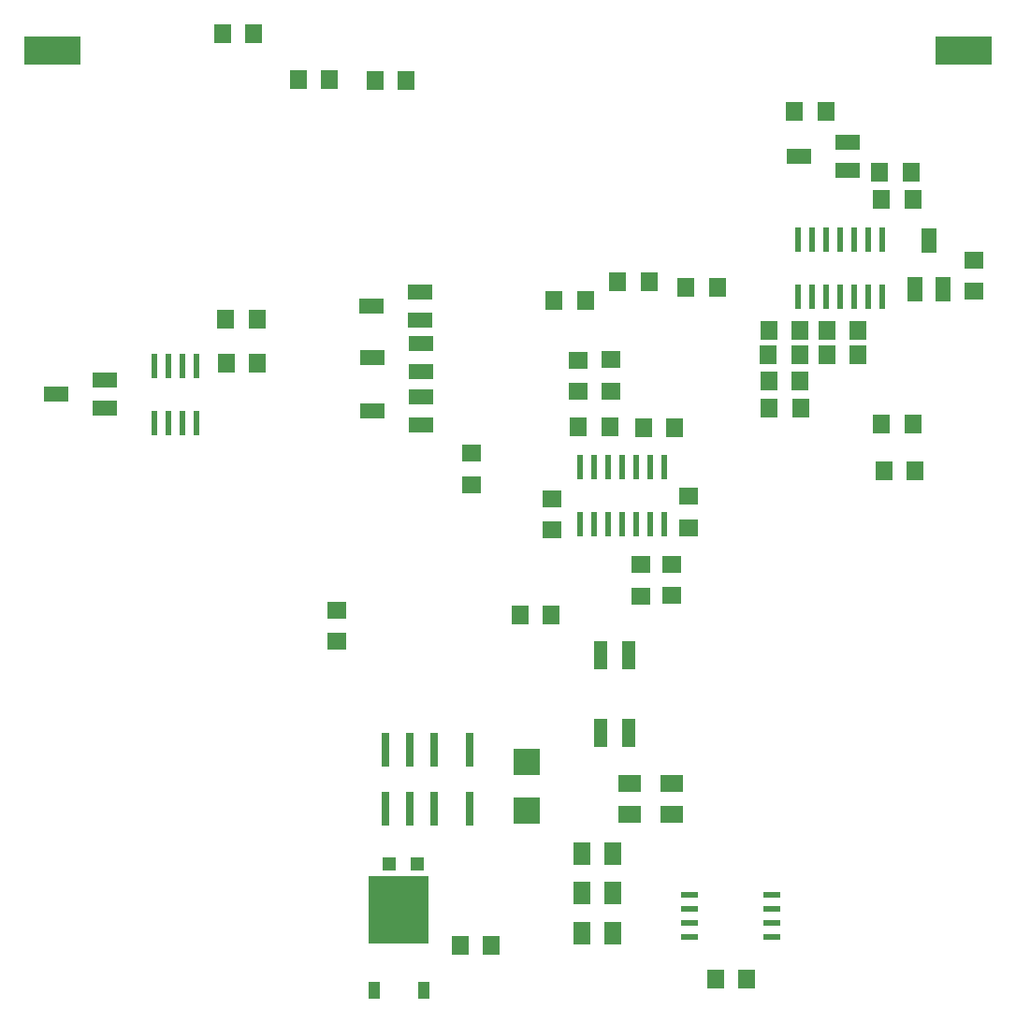
<source format=gbr>
G04 EAGLE Gerber X2 export*
%TF.Part,Single*%
%TF.FileFunction,Paste,Top*%
%TF.FilePolarity,Positive*%
%TF.GenerationSoftware,Autodesk,EAGLE,9.2.2*%
%TF.CreationDate,2019-03-12T13:45:35Z*%
G75*
%MOMM*%
%FSLAX34Y34*%
%LPD*%
%INSolderpaste Top*%
%AMOC8*
5,1,8,0,0,1.08239X$1,22.5*%
G01*
%ADD10R,1.600000X1.800000*%
%ADD11R,1.800000X1.600000*%
%ADD12R,0.600000X2.200000*%
%ADD13R,0.800000X3.100000*%
%ADD14R,1.270000X2.540000*%
%ADD15R,1.600000X1.803000*%
%ADD16R,2.184400X1.320800*%
%ADD17R,1.803000X1.600000*%
%ADD18R,1.320800X2.184400*%
%ADD19R,2.000000X1.600000*%
%ADD20R,1.600000X2.000000*%
%ADD21R,1.000000X1.600000*%
%ADD22R,5.400000X6.200000*%
%ADD23R,1.549400X0.533400*%
%ADD24R,2.400000X2.400000*%
%ADD25R,1.270000X1.270000*%
%ADD26R,5.080000X2.540000*%


D10*
X679574Y576956D03*
X707574Y576956D03*
D11*
X591425Y435479D03*
X591425Y407479D03*
D10*
X184396Y915428D03*
X212396Y915428D03*
X399453Y90453D03*
X427453Y90453D03*
X280920Y874103D03*
X252920Y874103D03*
D12*
X521232Y471705D03*
X521232Y523705D03*
X508532Y471705D03*
X533932Y471705D03*
X546632Y471705D03*
X508532Y523705D03*
X533932Y523705D03*
X546632Y523705D03*
X572032Y471705D03*
X572032Y523705D03*
X559332Y471705D03*
X584732Y471705D03*
X559332Y523705D03*
X584732Y523705D03*
X718251Y677263D03*
X718251Y729263D03*
X705551Y677263D03*
X730951Y677263D03*
X743651Y677263D03*
X705551Y729263D03*
X730951Y729263D03*
X743651Y729263D03*
X769051Y677263D03*
X769051Y729263D03*
X756351Y677263D03*
X781751Y677263D03*
X756351Y729263D03*
X781751Y729263D03*
D13*
X408205Y267599D03*
X376205Y267599D03*
X354205Y267599D03*
X332205Y267599D03*
X408205Y214599D03*
X376205Y214599D03*
X354205Y214599D03*
X332205Y214599D03*
D14*
X526483Y283179D03*
X551883Y283179D03*
X551883Y353179D03*
X526483Y353179D03*
D15*
X706993Y624985D03*
X678553Y624985D03*
D16*
X750408Y792147D03*
X706408Y804877D03*
X750408Y817607D03*
X363686Y656399D03*
X319686Y669129D03*
X363686Y681859D03*
D17*
X536457Y620752D03*
X536457Y592312D03*
D15*
X535225Y560010D03*
X506785Y560010D03*
D16*
X364540Y609573D03*
X320540Y622303D03*
X364540Y635033D03*
D15*
X604107Y686424D03*
X632547Y686424D03*
X809189Y765476D03*
X780749Y765476D03*
X730724Y845148D03*
X702284Y845148D03*
D18*
X810893Y684048D03*
X823623Y728048D03*
X836353Y684048D03*
D17*
X864531Y710902D03*
X864531Y682462D03*
X288000Y394220D03*
X288000Y365780D03*
D16*
X77998Y576990D03*
X33998Y589720D03*
X77998Y602450D03*
D19*
X553327Y237285D03*
X553327Y209285D03*
D15*
X678935Y601007D03*
X707375Y601007D03*
X807929Y790055D03*
X779489Y790055D03*
X707297Y647430D03*
X678857Y647430D03*
D20*
X537699Y173758D03*
X509699Y173758D03*
D15*
X759743Y624832D03*
X731303Y624832D03*
X811403Y519796D03*
X782963Y519796D03*
X809293Y562512D03*
X780853Y562512D03*
D20*
X509699Y137862D03*
X537699Y137862D03*
D19*
X590727Y237434D03*
X590727Y209434D03*
D15*
X453780Y390000D03*
X482220Y390000D03*
X731427Y647449D03*
X759867Y647449D03*
X565602Y559432D03*
X594042Y559432D03*
D17*
X562917Y406603D03*
X562917Y435043D03*
D15*
X513214Y673783D03*
X484774Y673783D03*
X542394Y691388D03*
X570834Y691388D03*
D21*
X321513Y49774D03*
X367113Y49774D03*
D22*
X344313Y122774D03*
D23*
X607481Y136458D03*
X607481Y123758D03*
X607481Y111058D03*
X607481Y98358D03*
X681649Y98358D03*
X681649Y111058D03*
X681649Y123758D03*
X681649Y136458D03*
D24*
X460171Y257116D03*
X460171Y213116D03*
D25*
X335188Y164867D03*
X360588Y164867D03*
D26*
X855323Y900000D03*
X30529Y900000D03*
D10*
X350791Y873022D03*
X322791Y873022D03*
D20*
X537699Y101966D03*
X509699Y101966D03*
D17*
X506739Y591943D03*
X506739Y620383D03*
D15*
X215728Y656933D03*
X187288Y656933D03*
X187898Y617508D03*
X216338Y617508D03*
D16*
X364357Y561834D03*
X320357Y574564D03*
X364357Y587294D03*
D17*
X482818Y466620D03*
X482818Y495060D03*
X606637Y468766D03*
X606637Y497206D03*
D12*
X148250Y615223D03*
X148250Y563223D03*
X160950Y615223D03*
X135550Y615223D03*
X122850Y615223D03*
X160950Y563223D03*
X135550Y563223D03*
X122850Y563223D03*
D10*
X659112Y60270D03*
X631112Y60270D03*
D17*
X409972Y507407D03*
X409972Y535847D03*
M02*

</source>
